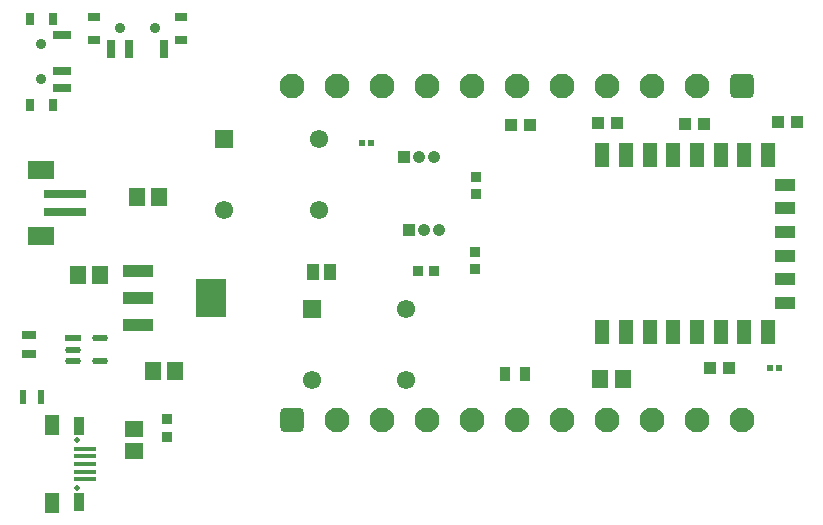
<source format=gbr>
G04*
G04 #@! TF.GenerationSoftware,Altium Limited,Altium Designer,24.1.2 (44)*
G04*
G04 Layer_Color=255*
%FSLAX44Y44*%
%MOMM*%
G71*
G04*
G04 #@! TF.SameCoordinates,5DE7BCAC-930E-4ACC-850D-064FDCF0EFED*
G04*
G04*
G04 #@! TF.FilePolarity,Positive*
G04*
G01*
G75*
%ADD14R,0.7000X1.5000*%
%ADD15R,1.0000X0.8000*%
%ADD16R,1.5000X0.7000*%
%ADD17R,0.8000X1.0000*%
%ADD18R,3.6000X0.7000*%
%ADD19R,2.3000X1.5000*%
%ADD20R,1.4546X1.5562*%
%ADD21R,2.5000X3.3000*%
%ADD22R,2.5000X1.0000*%
%ADD23R,1.2500X0.8000*%
G04:AMPARAMS|DCode=24|XSize=1.3383mm|YSize=0.578mm|CornerRadius=0.289mm|HoleSize=0mm|Usage=FLASHONLY|Rotation=0.000|XOffset=0mm|YOffset=0mm|HoleType=Round|Shape=RoundedRectangle|*
%AMROUNDEDRECTD24*
21,1,1.3383,0.0000,0,0,0.0*
21,1,0.7603,0.5780,0,0,0.0*
1,1,0.5780,0.3802,0.0000*
1,1,0.5780,-0.3802,0.0000*
1,1,0.5780,-0.3802,0.0000*
1,1,0.5780,0.3802,0.0000*
%
%ADD24ROUNDEDRECTD24*%
%ADD25R,1.3383X0.5780*%
%ADD26R,0.5700X1.2000*%
%ADD27R,1.5562X1.4546*%
%ADD28R,0.9121X0.8587*%
%ADD29R,1.3000X1.6900*%
%ADD30R,0.9000X1.6250*%
%ADD31R,1.8500X0.4000*%
%ADD32R,1.3500X1.5500*%
%ADD33R,0.8065X1.3082*%
%ADD34R,1.0500X1.3500*%
%ADD35R,0.5200X0.5200*%
%ADD36R,1.1350X1.0621*%
%ADD37R,0.9621X0.9350*%
%ADD38R,0.9350X0.9621*%
%ADD39R,1.2000X2.0000*%
%ADD40R,1.7000X1.1000*%
%ADD41R,0.4682X0.4725*%
%ADD55C,0.9000*%
%ADD59R,1.5500X1.5500*%
%ADD60C,1.5500*%
%ADD64C,0.5000*%
%ADD65C,2.1000*%
G04:AMPARAMS|DCode=66|XSize=2.1mm|YSize=2.1mm|CornerRadius=0.525mm|HoleSize=0mm|Usage=FLASHONLY|Rotation=180.000|XOffset=0mm|YOffset=0mm|HoleType=Round|Shape=RoundedRectangle|*
%AMROUNDEDRECTD66*
21,1,2.1000,1.0500,0,0,180.0*
21,1,1.0500,2.1000,0,0,180.0*
1,1,1.0500,-0.5250,0.5250*
1,1,1.0500,0.5250,0.5250*
1,1,1.0500,0.5250,-0.5250*
1,1,1.0500,-0.5250,-0.5250*
%
%ADD66ROUNDEDRECTD66*%
%ADD67R,1.0500X1.0500*%
%ADD68C,1.0500*%
D14*
X103485Y398465D02*
D03*
X88485D02*
D03*
X133485D02*
D03*
D15*
X147485Y406316D02*
D03*
X74485D02*
D03*
X147485Y425616D02*
D03*
X74485D02*
D03*
D16*
X47100Y380326D02*
D03*
Y365327D02*
D03*
Y410326D02*
D03*
D17*
X39250Y424326D02*
D03*
Y351327D02*
D03*
X19950Y424326D02*
D03*
Y351327D02*
D03*
D18*
X49530Y260590D02*
D03*
Y275590D02*
D03*
D19*
X29030Y240090D02*
D03*
Y296090D02*
D03*
D20*
X60592Y207010D02*
D03*
X79108D02*
D03*
X110434Y272989D02*
D03*
X128950D02*
D03*
X142608Y125730D02*
D03*
X124092D02*
D03*
D21*
X172740Y187960D02*
D03*
D22*
X111740Y164960D02*
D03*
Y187960D02*
D03*
Y210960D02*
D03*
D23*
X19050Y156590D02*
D03*
Y140590D02*
D03*
D24*
X78740Y153620D02*
D03*
Y134620D02*
D03*
X56416D02*
D03*
Y144120D02*
D03*
D25*
Y153620D02*
D03*
D26*
X29240Y104140D02*
D03*
X13940D02*
D03*
D27*
X107950Y76568D02*
D03*
Y58052D02*
D03*
D28*
X135890Y69703D02*
D03*
Y85237D02*
D03*
D29*
X38100Y14610D02*
D03*
Y80010D02*
D03*
D30*
X61700Y15185D02*
D03*
Y79435D02*
D03*
D31*
X66450Y34310D02*
D03*
Y40810D02*
D03*
Y47310D02*
D03*
Y53810D02*
D03*
Y60310D02*
D03*
D32*
X521560Y119380D02*
D03*
X502060D02*
D03*
D33*
X421640Y123190D02*
D03*
X438657D02*
D03*
D34*
X259200Y209550D02*
D03*
X274200D02*
D03*
D35*
X654240Y128270D02*
D03*
X646240D02*
D03*
D36*
X500552Y335890D02*
D03*
X516860D02*
D03*
X611938Y128270D02*
D03*
X595630D02*
D03*
X590764Y335191D02*
D03*
X574456D02*
D03*
X669448Y336588D02*
D03*
X653140D02*
D03*
X443419Y334493D02*
D03*
X427111D02*
D03*
D37*
X397329Y276191D02*
D03*
Y290499D02*
D03*
X396631Y212116D02*
D03*
Y226424D02*
D03*
D38*
X347980Y210820D02*
D03*
X362288D02*
D03*
D39*
X504520Y158610D02*
D03*
X524520D02*
D03*
X544520D02*
D03*
X564520D02*
D03*
X584520D02*
D03*
X604520D02*
D03*
X624520D02*
D03*
X644520D02*
D03*
Y308610D02*
D03*
X624520D02*
D03*
X604520D02*
D03*
X584520D02*
D03*
X564520D02*
D03*
X544520D02*
D03*
X524520D02*
D03*
X504520D02*
D03*
D40*
X659520Y183610D02*
D03*
Y203610D02*
D03*
Y223610D02*
D03*
Y243610D02*
D03*
Y263610D02*
D03*
Y283610D02*
D03*
D41*
X308610Y318770D02*
D03*
X300567D02*
D03*
D55*
X125985Y415966D02*
D03*
X95985D02*
D03*
X29600Y402827D02*
D03*
Y372826D02*
D03*
D59*
X258450Y178590D02*
D03*
X184204Y322342D02*
D03*
D60*
X338450Y178590D02*
D03*
X258450Y118590D02*
D03*
X338450D02*
D03*
X264204Y262342D02*
D03*
X184204D02*
D03*
X264204Y322342D02*
D03*
D64*
X59600Y27310D02*
D03*
Y67310D02*
D03*
D65*
X242006Y367168D02*
D03*
X280106D02*
D03*
X356306D02*
D03*
X432506D02*
D03*
X508706D02*
D03*
X546806D02*
D03*
X584906D02*
D03*
X470606D02*
D03*
X394406D02*
D03*
X318206D02*
D03*
X622337Y84648D02*
D03*
X584237D02*
D03*
X508037D02*
D03*
X431837D02*
D03*
X355637D02*
D03*
X317537D02*
D03*
X279437D02*
D03*
X393737D02*
D03*
X469937D02*
D03*
X546137D02*
D03*
D66*
X623006Y367168D02*
D03*
X241337Y84648D02*
D03*
D67*
X336550Y307340D02*
D03*
X340360Y245110D02*
D03*
D68*
X349250Y307340D02*
D03*
X361950D02*
D03*
X353060Y245110D02*
D03*
X365760D02*
D03*
M02*

</source>
